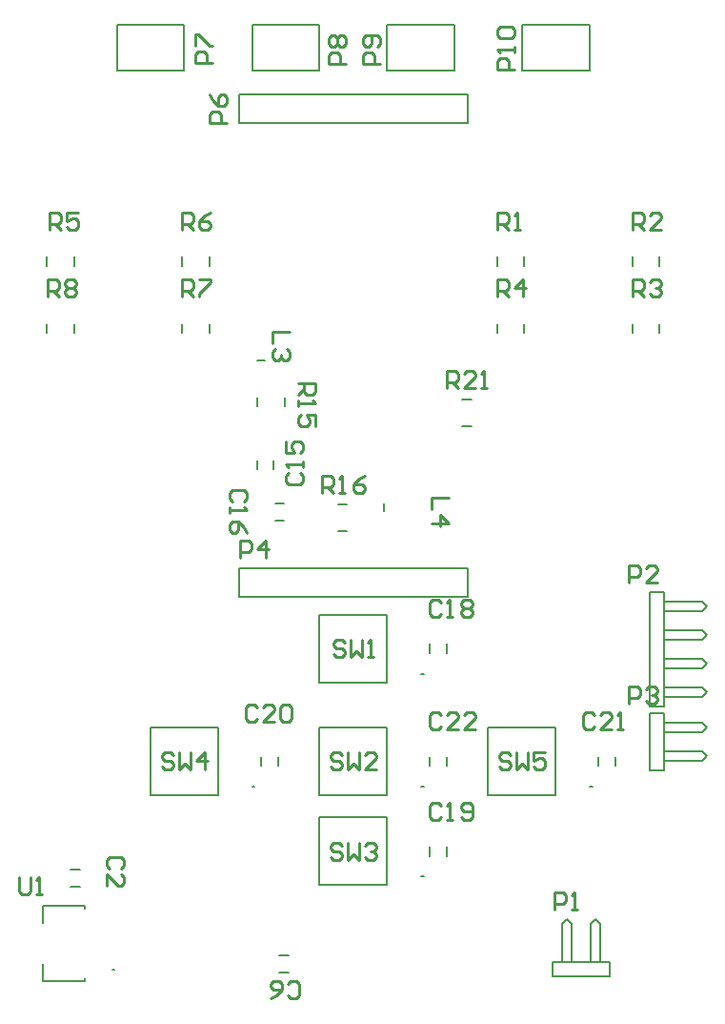
<source format=gto>
G04*
G04 #@! TF.GenerationSoftware,Altium Limited,Altium Designer,20.1.8 (145)*
G04*
G04 Layer_Color=65535*
%FSLAX25Y25*%
%MOIN*%
G70*
G04*
G04 #@! TF.SameCoordinates,EC9590D4-A93B-4016-A152-F587195DA6AB*
G04*
G04*
G04 #@! TF.FilePolarity,Positive*
G04*
G01*
G75*
%ADD10C,0.00787*%
%ADD11C,0.00787*%
%ADD12C,0.00500*%
%ADD13C,0.01000*%
D10*
X142610Y197984D02*
X141823D01*
X142610D01*
X309902Y261972D02*
X309114D01*
X309902D01*
X250847Y301343D02*
X250059D01*
X250847D01*
X191791Y261972D02*
X191004D01*
X191791D01*
X250847D02*
X250059D01*
X250847D01*
Y230476D02*
X250059D01*
X250847D01*
X264425Y397224D02*
X267575D01*
X264425Y387776D02*
X267575D01*
X266236Y493780D02*
Y503780D01*
X186236Y493780D02*
X266236D01*
X186236D02*
Y503780D01*
X266236D01*
X312063Y269252D02*
Y272402D01*
X317969Y269252D02*
Y272402D01*
X236988Y358122D02*
Y360878D01*
X335000Y290000D02*
Y330000D01*
X330000D02*
X335000D01*
X330000Y290000D02*
X335000D01*
Y293333D02*
X348333D01*
X350000Y295000D01*
X348333Y296667D02*
X350000Y295000D01*
X335000Y296667D02*
X348333D01*
X335000Y303333D02*
X348333D01*
X350000Y305000D01*
X348333Y306667D02*
X350000Y305000D01*
X335000Y306667D02*
X348333D01*
X335000Y313333D02*
X348333D01*
X350000Y315000D01*
X348333Y316667D02*
X350000Y315000D01*
X335000Y316667D02*
X348333D01*
X335000Y323333D02*
X348333D01*
X350000Y325000D01*
X348333Y326667D02*
X350000Y325000D01*
X335000Y326667D02*
X348333D01*
X330000Y290000D02*
Y330000D01*
X335000Y267500D02*
Y287500D01*
X330000D02*
X335000D01*
X330000Y267500D02*
X335000D01*
X330000D02*
Y287500D01*
X335000Y270833D02*
X348333D01*
X350000Y272500D01*
X348333Y274167D02*
X350000Y272500D01*
X335000Y274167D02*
X348333D01*
X335000Y280833D02*
X348333D01*
X350000Y282500D01*
X348333Y284167D02*
X350000Y282500D01*
X335000Y284167D02*
X348333D01*
X253008Y269252D02*
Y272402D01*
X258913Y269252D02*
Y272402D01*
X266236Y328425D02*
Y338425D01*
X186236Y328425D02*
X266236D01*
X186236D02*
Y338425D01*
X266236D01*
X296000Y200500D02*
X316000D01*
X296000Y195500D02*
Y200500D01*
X316000Y195500D02*
Y200500D01*
X296000Y195500D02*
X316000D01*
X312667Y200500D02*
Y213833D01*
X311000Y215500D02*
X312667Y213833D01*
X309333D02*
X311000Y215500D01*
X309333Y200500D02*
Y213833D01*
X302667Y200500D02*
Y213833D01*
X301000Y215500D02*
X302667Y213833D01*
X299333D02*
X301000Y215500D01*
X299333Y200500D02*
Y213833D01*
X192776Y394925D02*
Y398075D01*
X202224Y394925D02*
Y398075D01*
X192622Y410988D02*
X195378D01*
X198453Y372925D02*
Y376075D01*
X192547Y372925D02*
Y376075D01*
X198925Y355047D02*
X202075D01*
X198925Y360953D02*
X202075D01*
X200425Y197047D02*
X203575D01*
X200425Y202953D02*
X203575D01*
X199858Y269252D02*
Y272402D01*
X193953Y269252D02*
Y272402D01*
X166394Y420433D02*
Y423583D01*
X175843Y420433D02*
Y423583D01*
X119150Y420433D02*
Y423583D01*
X128598Y420433D02*
Y423583D01*
X119150Y444055D02*
Y447205D01*
X128598Y444055D02*
Y447205D01*
X166394Y444055D02*
Y447205D01*
X175843Y444055D02*
Y447205D01*
X220925Y360724D02*
X224075D01*
X220925Y351276D02*
X224075D01*
X276630Y420433D02*
Y423583D01*
X286079Y420433D02*
Y423583D01*
X323874Y420433D02*
Y423583D01*
X333323Y420433D02*
Y423583D01*
X323874Y444055D02*
Y447205D01*
X333323Y444055D02*
Y447205D01*
X276630Y444055D02*
Y447205D01*
X286079Y444055D02*
Y447205D01*
X258913Y237756D02*
Y240906D01*
X253008Y237756D02*
Y240906D01*
X258913Y308622D02*
Y311772D01*
X253008Y308622D02*
Y311772D01*
X127425Y232953D02*
X130575D01*
X127425Y227047D02*
X130575D01*
D11*
X143594Y512153D02*
Y528153D01*
X167138Y512153D02*
Y528153D01*
X143594Y512153D02*
X167138D01*
X143594Y528154D02*
X167138D01*
X190838D02*
X214382D01*
X190838Y512153D02*
X214382D01*
Y528153D01*
X190838Y512153D02*
Y528153D01*
X238082Y512153D02*
Y528153D01*
X261626Y512153D02*
Y528153D01*
X238082Y512153D02*
X261626D01*
X238082Y528154D02*
X261626D01*
X285326D02*
X308870D01*
X285326Y512153D02*
X308870D01*
Y528153D01*
X285326Y512153D02*
Y528153D01*
D12*
X117677Y193772D02*
X132323D01*
X117677Y220228D02*
X132323D01*
Y193772D02*
Y194795D01*
Y219244D02*
Y220228D01*
X117677Y214362D02*
Y220228D01*
Y193772D02*
Y200071D01*
X297102Y259016D02*
Y282638D01*
X273480Y259016D02*
X297102D01*
X273480D02*
Y282638D01*
X297102D01*
X238047Y298386D02*
Y322008D01*
X214425Y298386D02*
X238047D01*
X214425D02*
Y322008D01*
X238047D01*
X178992Y259016D02*
Y282638D01*
X155370Y259016D02*
X178992D01*
X155370D02*
Y282638D01*
X178992D01*
X238047Y259016D02*
Y282638D01*
X214425Y259016D02*
X238047D01*
X214425D02*
Y282638D01*
X238047D01*
Y227520D02*
Y251142D01*
X214425Y227520D02*
X238047D01*
X214425D02*
Y251142D01*
X238047D01*
D13*
X258900Y401200D02*
Y407198D01*
X261899D01*
X262899Y406198D01*
Y404199D01*
X261899Y403199D01*
X258900D01*
X260899D02*
X262899Y401200D01*
X268897D02*
X264898D01*
X268897Y405199D01*
Y406198D01*
X267897Y407198D01*
X265898D01*
X264898Y406198D01*
X270896Y401200D02*
X272896D01*
X271896D01*
Y407198D01*
X270896Y406198D01*
X176999Y515002D02*
X171001D01*
Y518001D01*
X172001Y519000D01*
X174000D01*
X175000Y518001D01*
Y515002D01*
X171001Y521000D02*
Y524998D01*
X172001D01*
X175999Y521000D01*
X176999D01*
X282499Y512502D02*
X276501D01*
Y515501D01*
X277501Y516501D01*
X279500D01*
X280500Y515501D01*
Y512502D01*
X282499Y518501D02*
Y520500D01*
Y519500D01*
X276501D01*
X277501Y518501D01*
Y523499D02*
X276501Y524499D01*
Y526498D01*
X277501Y527498D01*
X281499D01*
X282499Y526498D01*
Y524499D01*
X281499Y523499D01*
X277501D01*
X235499Y514502D02*
X229501D01*
Y517501D01*
X230501Y518500D01*
X232500D01*
X233500Y517501D01*
Y514502D01*
X234499Y520500D02*
X235499Y521499D01*
Y523499D01*
X234499Y524498D01*
X230501D01*
X229501Y523499D01*
Y521499D01*
X230501Y520500D01*
X231500D01*
X232500Y521499D01*
Y524498D01*
X223499Y514502D02*
X217501D01*
Y517501D01*
X218501Y518500D01*
X220500D01*
X221500Y517501D01*
Y514502D01*
X218501Y520500D02*
X217501Y521499D01*
Y523499D01*
X218501Y524498D01*
X219500D01*
X220500Y523499D01*
X221500Y524498D01*
X222499D01*
X223499Y523499D01*
Y521499D01*
X222499Y520500D01*
X221500D01*
X220500Y521499D01*
X219500Y520500D01*
X218501D01*
X220500Y521499D02*
Y523499D01*
X181999Y494002D02*
X176001D01*
Y497001D01*
X177001Y498000D01*
X179000D01*
X180000Y497001D01*
Y494002D01*
X176001Y503998D02*
X177001Y501999D01*
X179000Y500000D01*
X180999D01*
X181999Y500999D01*
Y502999D01*
X180999Y503998D01*
X180000D01*
X179000Y502999D01*
Y500000D01*
X256999Y286898D02*
X255999Y287898D01*
X254000D01*
X253000Y286898D01*
Y282900D01*
X254000Y281900D01*
X255999D01*
X256999Y282900D01*
X262997Y281900D02*
X258998D01*
X262997Y285899D01*
Y286898D01*
X261997Y287898D01*
X259998D01*
X258998Y286898D01*
X268995Y281900D02*
X264996D01*
X268995Y285899D01*
Y286898D01*
X267995Y287898D01*
X265996D01*
X264996Y286898D01*
X186800Y341800D02*
Y347798D01*
X189799D01*
X190799Y346798D01*
Y344799D01*
X189799Y343799D01*
X186800D01*
X195797Y341800D02*
Y347798D01*
X192798Y344799D01*
X196797D01*
X109200Y230298D02*
Y225300D01*
X110200Y224300D01*
X112199D01*
X113199Y225300D01*
Y230298D01*
X115198Y224300D02*
X117197D01*
X116198D01*
Y230298D01*
X115198Y229298D01*
X281293Y272826D02*
X280293Y273826D01*
X278294D01*
X277294Y272826D01*
Y271827D01*
X278294Y270827D01*
X280293D01*
X281293Y269827D01*
Y268828D01*
X280293Y267828D01*
X278294D01*
X277294Y268828D01*
X283292Y273826D02*
Y267828D01*
X285291Y269827D01*
X287291Y267828D01*
Y273826D01*
X293289D02*
X289290D01*
Y270827D01*
X291289Y271827D01*
X292289D01*
X293289Y270827D01*
Y268828D01*
X292289Y267828D01*
X290290D01*
X289290Y268828D01*
X163182Y272826D02*
X162183Y273826D01*
X160183D01*
X159184Y272826D01*
Y271827D01*
X160183Y270827D01*
X162183D01*
X163182Y269827D01*
Y268828D01*
X162183Y267828D01*
X160183D01*
X159184Y268828D01*
X165182Y273826D02*
Y267828D01*
X167181Y269827D01*
X169181Y267828D01*
Y273826D01*
X174179Y267828D02*
Y273826D01*
X171180Y270827D01*
X175179D01*
X222237Y241330D02*
X221238Y242330D01*
X219238D01*
X218239Y241330D01*
Y240331D01*
X219238Y239331D01*
X221238D01*
X222237Y238331D01*
Y237331D01*
X221238Y236332D01*
X219238D01*
X218239Y237331D01*
X224237Y242330D02*
Y236332D01*
X226236Y238331D01*
X228236Y236332D01*
Y242330D01*
X230235Y241330D02*
X231235Y242330D01*
X233234D01*
X234234Y241330D01*
Y240331D01*
X233234Y239331D01*
X232234D01*
X233234D01*
X234234Y238331D01*
Y237331D01*
X233234Y236332D01*
X231235D01*
X230235Y237331D01*
X222237Y272826D02*
X221238Y273826D01*
X219238D01*
X218239Y272826D01*
Y271827D01*
X219238Y270827D01*
X221238D01*
X222237Y269827D01*
Y268828D01*
X221238Y267828D01*
X219238D01*
X218239Y268828D01*
X224237Y273826D02*
Y267828D01*
X226236Y269827D01*
X228236Y267828D01*
Y273826D01*
X234234Y267828D02*
X230235D01*
X234234Y271827D01*
Y272826D01*
X233234Y273826D01*
X231235D01*
X230235Y272826D01*
X223237Y312196D02*
X222237Y313196D01*
X220238D01*
X219238Y312196D01*
Y311197D01*
X220238Y310197D01*
X222237D01*
X223237Y309197D01*
Y308198D01*
X222237Y307198D01*
X220238D01*
X219238Y308198D01*
X225237Y313196D02*
Y307198D01*
X227236Y309197D01*
X229235Y307198D01*
Y313196D01*
X231235Y307198D02*
X233234D01*
X232234D01*
Y313196D01*
X231235Y312196D01*
X215400Y364700D02*
Y370698D01*
X218399D01*
X219399Y369698D01*
Y367699D01*
X218399Y366699D01*
X215400D01*
X217399D02*
X219399Y364700D01*
X221398D02*
X223397D01*
X222398D01*
Y370698D01*
X221398Y369698D01*
X230395Y370698D02*
X228396Y369698D01*
X226396Y367699D01*
Y365700D01*
X227396Y364700D01*
X229396D01*
X230395Y365700D01*
Y366699D01*
X229396Y367699D01*
X226396D01*
X207001Y402998D02*
X212999D01*
Y399998D01*
X211999Y398999D01*
X210000D01*
X209000Y399998D01*
Y402998D01*
Y400998D02*
X207001Y398999D01*
Y397000D02*
Y395000D01*
Y396000D01*
X212999D01*
X211999Y397000D01*
X212999Y388002D02*
Y392001D01*
X210000D01*
X211000Y390002D01*
Y389002D01*
X210000Y388002D01*
X208001D01*
X207001Y389002D01*
Y391001D01*
X208001Y392001D01*
X119200Y433100D02*
Y439098D01*
X122199D01*
X123199Y438098D01*
Y436099D01*
X122199Y435099D01*
X119200D01*
X121199D02*
X123199Y433100D01*
X125198Y438098D02*
X126198Y439098D01*
X128197D01*
X129197Y438098D01*
Y437099D01*
X128197Y436099D01*
X129197Y435099D01*
Y434100D01*
X128197Y433100D01*
X126198D01*
X125198Y434100D01*
Y435099D01*
X126198Y436099D01*
X125198Y437099D01*
Y438098D01*
X126198Y436099D02*
X128197D01*
X166400Y433100D02*
Y439098D01*
X169399D01*
X170399Y438098D01*
Y436099D01*
X169399Y435099D01*
X166400D01*
X168399D02*
X170399Y433100D01*
X172398Y439098D02*
X176397D01*
Y438098D01*
X172398Y434100D01*
Y433100D01*
X166400Y456700D02*
Y462698D01*
X169399D01*
X170399Y461698D01*
Y459699D01*
X169399Y458699D01*
X166400D01*
X168399D02*
X170399Y456700D01*
X176397Y462698D02*
X174397Y461698D01*
X172398Y459699D01*
Y457700D01*
X173398Y456700D01*
X175397D01*
X176397Y457700D01*
Y458699D01*
X175397Y459699D01*
X172398D01*
X119860Y456729D02*
Y462727D01*
X122859D01*
X123859Y461728D01*
Y459728D01*
X122859Y458729D01*
X119860D01*
X121859D02*
X123859Y456729D01*
X129857Y462727D02*
X125858D01*
Y459728D01*
X127857Y460728D01*
X128857D01*
X129857Y459728D01*
Y457729D01*
X128857Y456729D01*
X126858D01*
X125858Y457729D01*
X276600Y433100D02*
Y439098D01*
X279599D01*
X280599Y438098D01*
Y436099D01*
X279599Y435099D01*
X276600D01*
X278599D02*
X280599Y433100D01*
X285597D02*
Y439098D01*
X282598Y436099D01*
X286597D01*
X323900Y433100D02*
Y439098D01*
X326899D01*
X327899Y438098D01*
Y436099D01*
X326899Y435099D01*
X323900D01*
X325899D02*
X327899Y433100D01*
X329898Y438098D02*
X330898Y439098D01*
X332897D01*
X333897Y438098D01*
Y437099D01*
X332897Y436099D01*
X331897D01*
X332897D01*
X333897Y435099D01*
Y434100D01*
X332897Y433100D01*
X330898D01*
X329898Y434100D01*
X323900Y456700D02*
Y462698D01*
X326899D01*
X327899Y461698D01*
Y459699D01*
X326899Y458699D01*
X323900D01*
X325899D02*
X327899Y456700D01*
X333897D02*
X329898D01*
X333897Y460699D01*
Y461698D01*
X332897Y462698D01*
X330898D01*
X329898Y461698D01*
X276600Y456700D02*
Y462698D01*
X279599D01*
X280599Y461698D01*
Y459699D01*
X279599Y458699D01*
X276600D01*
X278599D02*
X280599Y456700D01*
X282598D02*
X284597D01*
X283598D01*
Y462698D01*
X282598Y461698D01*
X322600Y290900D02*
Y296898D01*
X325599D01*
X326599Y295898D01*
Y293899D01*
X325599Y292899D01*
X322600D01*
X328598Y295898D02*
X329598Y296898D01*
X331597D01*
X332597Y295898D01*
Y294899D01*
X331597Y293899D01*
X330597D01*
X331597D01*
X332597Y292899D01*
Y291900D01*
X331597Y290900D01*
X329598D01*
X328598Y291900D01*
X322650Y333350D02*
Y339348D01*
X325649D01*
X326649Y338348D01*
Y336349D01*
X325649Y335349D01*
X322650D01*
X332647Y333350D02*
X328648D01*
X332647Y337349D01*
Y338348D01*
X331647Y339348D01*
X329648D01*
X328648Y338348D01*
X296600Y218900D02*
Y224898D01*
X299599D01*
X300599Y223898D01*
Y221899D01*
X299599Y220899D01*
X296600D01*
X302598Y218900D02*
X304597D01*
X303598D01*
Y224898D01*
X302598Y223898D01*
X259499Y362998D02*
X253501D01*
Y359000D01*
Y354001D02*
X259499D01*
X256500Y357000D01*
Y353002D01*
X203999Y420998D02*
X198001D01*
Y417000D01*
X202999Y415000D02*
X203999Y414001D01*
Y412001D01*
X202999Y411002D01*
X202000D01*
X201000Y412001D01*
Y413001D01*
Y412001D01*
X200000Y411002D01*
X199001D01*
X198001Y412001D01*
Y414001D01*
X199001Y415000D01*
X310501Y286999D02*
X309501Y287999D01*
X307502D01*
X306502Y286999D01*
Y283001D01*
X307502Y282001D01*
X309501D01*
X310501Y283001D01*
X316499Y282001D02*
X312500D01*
X316499Y286000D01*
Y286999D01*
X315499Y287999D01*
X313500D01*
X312500Y286999D01*
X318498Y282001D02*
X320498D01*
X319498D01*
Y287999D01*
X318498Y286999D01*
X192501Y289499D02*
X191502Y290499D01*
X189502D01*
X188503Y289499D01*
Y285501D01*
X189502Y284501D01*
X191502D01*
X192501Y285501D01*
X198499Y284501D02*
X194501D01*
X198499Y288500D01*
Y289499D01*
X197500Y290499D01*
X195500D01*
X194501Y289499D01*
X200499D02*
X201498Y290499D01*
X203498D01*
X204497Y289499D01*
Y285501D01*
X203498Y284501D01*
X201498D01*
X200499Y285501D01*
Y289499D01*
X256999Y255398D02*
X255999Y256398D01*
X254000D01*
X253000Y255398D01*
Y251400D01*
X254000Y250400D01*
X255999D01*
X256999Y251400D01*
X258998Y250400D02*
X260997D01*
X259998D01*
Y256398D01*
X258998Y255398D01*
X263996Y251400D02*
X264996Y250400D01*
X266996D01*
X267995Y251400D01*
Y255398D01*
X266996Y256398D01*
X264996D01*
X263996Y255398D01*
Y254399D01*
X264996Y253399D01*
X267995D01*
X256999Y326298D02*
X255999Y327298D01*
X254000D01*
X253000Y326298D01*
Y322300D01*
X254000Y321300D01*
X255999D01*
X256999Y322300D01*
X258998Y321300D02*
X260997D01*
X259998D01*
Y327298D01*
X258998Y326298D01*
X263996D02*
X264996Y327298D01*
X266996D01*
X267995Y326298D01*
Y325299D01*
X266996Y324299D01*
X267995Y323299D01*
Y322300D01*
X266996Y321300D01*
X264996D01*
X263996Y322300D01*
Y323299D01*
X264996Y324299D01*
X263996Y325299D01*
Y326298D01*
X264996Y324299D02*
X266996D01*
X187999Y361499D02*
X188999Y362498D01*
Y364498D01*
X187999Y365498D01*
X184001D01*
X183001Y364498D01*
Y362498D01*
X184001Y361499D01*
X183001Y359500D02*
Y357500D01*
Y358500D01*
X188999D01*
X187999Y359500D01*
X188999Y350502D02*
X187999Y352502D01*
X186000Y354501D01*
X184001D01*
X183001Y353501D01*
Y351502D01*
X184001Y350502D01*
X185000D01*
X186000Y351502D01*
Y354501D01*
X203501Y371501D02*
X202501Y370501D01*
Y368502D01*
X203501Y367502D01*
X207499D01*
X208499Y368502D01*
Y370501D01*
X207499Y371501D01*
X208499Y373500D02*
Y375500D01*
Y374500D01*
X202501D01*
X203501Y373500D01*
X202501Y382498D02*
Y378499D01*
X205500D01*
X204500Y380498D01*
Y381498D01*
X205500Y382498D01*
X207499D01*
X208499Y381498D01*
Y379499D01*
X207499Y378499D01*
X203429Y188957D02*
X204429Y187958D01*
X206428D01*
X207428Y188957D01*
Y192956D01*
X206428Y193956D01*
X204429D01*
X203429Y192956D01*
X197431Y187958D02*
X199430Y188957D01*
X201430Y190957D01*
Y192956D01*
X200430Y193956D01*
X198431D01*
X197431Y192956D01*
Y191956D01*
X198431Y190957D01*
X201430D01*
X145098Y233101D02*
X146098Y234101D01*
Y236100D01*
X145098Y237100D01*
X141100D01*
X140100Y236100D01*
Y234101D01*
X141100Y233101D01*
X140100Y227103D02*
Y231102D01*
X144099Y227103D01*
X145098D01*
X146098Y228103D01*
Y230102D01*
X145098Y231102D01*
M02*

</source>
